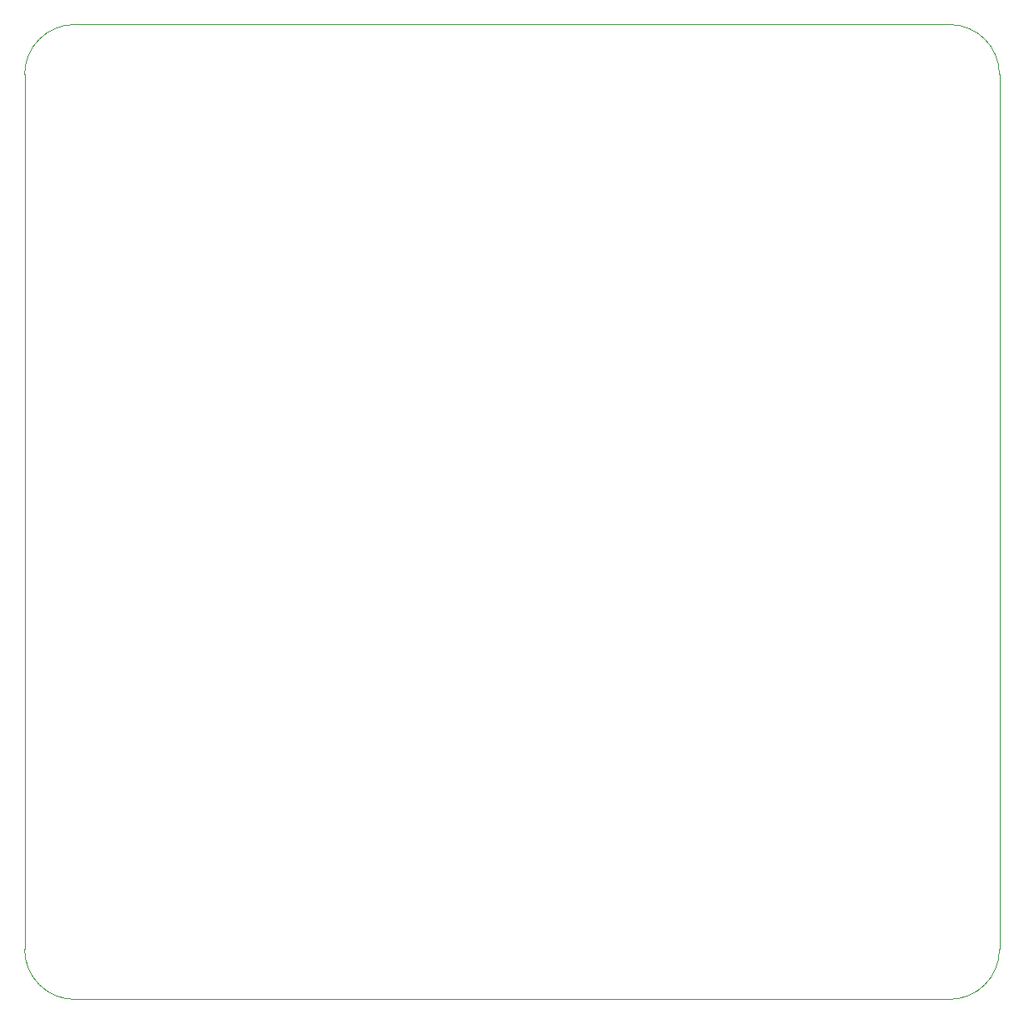
<source format=gbr>
%TF.GenerationSoftware,KiCad,Pcbnew,5.1.6-c6e7f7d~86~ubuntu18.04.1*%
%TF.CreationDate,2020-06-20T09:42:55-04:00*%
%TF.ProjectId,dual_MS20_VCF,6475616c-5f4d-4533-9230-5f5643462e6b,rev?*%
%TF.SameCoordinates,Original*%
%TF.FileFunction,Profile,NP*%
%FSLAX46Y46*%
G04 Gerber Fmt 4.6, Leading zero omitted, Abs format (unit mm)*
G04 Created by KiCad (PCBNEW 5.1.6-c6e7f7d~86~ubuntu18.04.1) date 2020-06-20 09:42:55*
%MOMM*%
%LPD*%
G01*
G04 APERTURE LIST*
%TA.AperFunction,Profile*%
%ADD10C,0.050000*%
%TD*%
G04 APERTURE END LIST*
D10*
X106680000Y-149860000D02*
G75*
G02*
X101600000Y-144780000I0J5080000D01*
G01*
X101600000Y-55880000D02*
G75*
G02*
X106680000Y-50800000I5080000J0D01*
G01*
X195580000Y-50800000D02*
G75*
G02*
X200660000Y-55880000I0J-5080000D01*
G01*
X200660000Y-144780000D02*
G75*
G02*
X195580000Y-149860000I-5080000J0D01*
G01*
X195580000Y-50800000D02*
X106680000Y-50800000D01*
X200660000Y-144780000D02*
X200660000Y-55880000D01*
X106680000Y-149860000D02*
X195580000Y-149860000D01*
X101600000Y-55880000D02*
X101600000Y-144780000D01*
M02*

</source>
